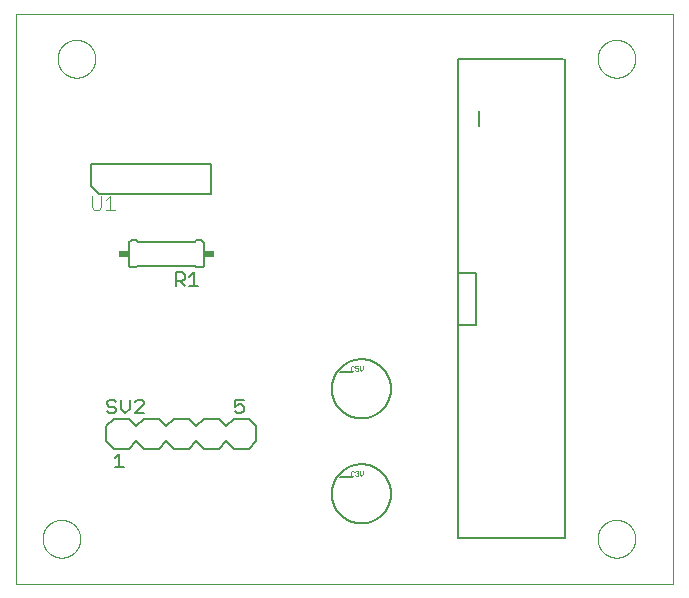
<source format=gto>
G75*
%MOIN*%
%OFA0B0*%
%FSLAX25Y25*%
%IPPOS*%
%LPD*%
%AMOC8*
5,1,8,0,0,1.08239X$1,22.5*
%
%ADD10C,0.00000*%
%ADD11C,0.00400*%
%ADD12C,0.00500*%
%ADD13C,0.00800*%
%ADD14C,0.00100*%
%ADD15C,0.00600*%
%ADD16R,0.03400X0.02400*%
D10*
X0001000Y0001000D02*
X0001000Y0190961D01*
X0219701Y0190961D01*
X0219701Y0001000D01*
X0001000Y0001000D01*
X0009701Y0016000D02*
X0009703Y0016158D01*
X0009709Y0016316D01*
X0009719Y0016474D01*
X0009733Y0016632D01*
X0009751Y0016789D01*
X0009772Y0016946D01*
X0009798Y0017102D01*
X0009828Y0017258D01*
X0009861Y0017413D01*
X0009899Y0017566D01*
X0009940Y0017719D01*
X0009985Y0017871D01*
X0010034Y0018022D01*
X0010087Y0018171D01*
X0010143Y0018319D01*
X0010203Y0018465D01*
X0010267Y0018610D01*
X0010335Y0018753D01*
X0010406Y0018895D01*
X0010480Y0019035D01*
X0010558Y0019172D01*
X0010640Y0019308D01*
X0010724Y0019442D01*
X0010813Y0019573D01*
X0010904Y0019702D01*
X0010999Y0019829D01*
X0011096Y0019954D01*
X0011197Y0020076D01*
X0011301Y0020195D01*
X0011408Y0020312D01*
X0011518Y0020426D01*
X0011631Y0020537D01*
X0011746Y0020646D01*
X0011864Y0020751D01*
X0011985Y0020853D01*
X0012108Y0020953D01*
X0012234Y0021049D01*
X0012362Y0021142D01*
X0012492Y0021232D01*
X0012625Y0021318D01*
X0012760Y0021402D01*
X0012896Y0021481D01*
X0013035Y0021558D01*
X0013176Y0021630D01*
X0013318Y0021700D01*
X0013462Y0021765D01*
X0013608Y0021827D01*
X0013755Y0021885D01*
X0013904Y0021940D01*
X0014054Y0021991D01*
X0014205Y0022038D01*
X0014357Y0022081D01*
X0014510Y0022120D01*
X0014665Y0022156D01*
X0014820Y0022187D01*
X0014976Y0022215D01*
X0015132Y0022239D01*
X0015289Y0022259D01*
X0015447Y0022275D01*
X0015604Y0022287D01*
X0015763Y0022295D01*
X0015921Y0022299D01*
X0016079Y0022299D01*
X0016237Y0022295D01*
X0016396Y0022287D01*
X0016553Y0022275D01*
X0016711Y0022259D01*
X0016868Y0022239D01*
X0017024Y0022215D01*
X0017180Y0022187D01*
X0017335Y0022156D01*
X0017490Y0022120D01*
X0017643Y0022081D01*
X0017795Y0022038D01*
X0017946Y0021991D01*
X0018096Y0021940D01*
X0018245Y0021885D01*
X0018392Y0021827D01*
X0018538Y0021765D01*
X0018682Y0021700D01*
X0018824Y0021630D01*
X0018965Y0021558D01*
X0019104Y0021481D01*
X0019240Y0021402D01*
X0019375Y0021318D01*
X0019508Y0021232D01*
X0019638Y0021142D01*
X0019766Y0021049D01*
X0019892Y0020953D01*
X0020015Y0020853D01*
X0020136Y0020751D01*
X0020254Y0020646D01*
X0020369Y0020537D01*
X0020482Y0020426D01*
X0020592Y0020312D01*
X0020699Y0020195D01*
X0020803Y0020076D01*
X0020904Y0019954D01*
X0021001Y0019829D01*
X0021096Y0019702D01*
X0021187Y0019573D01*
X0021276Y0019442D01*
X0021360Y0019308D01*
X0021442Y0019172D01*
X0021520Y0019035D01*
X0021594Y0018895D01*
X0021665Y0018753D01*
X0021733Y0018610D01*
X0021797Y0018465D01*
X0021857Y0018319D01*
X0021913Y0018171D01*
X0021966Y0018022D01*
X0022015Y0017871D01*
X0022060Y0017719D01*
X0022101Y0017566D01*
X0022139Y0017413D01*
X0022172Y0017258D01*
X0022202Y0017102D01*
X0022228Y0016946D01*
X0022249Y0016789D01*
X0022267Y0016632D01*
X0022281Y0016474D01*
X0022291Y0016316D01*
X0022297Y0016158D01*
X0022299Y0016000D01*
X0022297Y0015842D01*
X0022291Y0015684D01*
X0022281Y0015526D01*
X0022267Y0015368D01*
X0022249Y0015211D01*
X0022228Y0015054D01*
X0022202Y0014898D01*
X0022172Y0014742D01*
X0022139Y0014587D01*
X0022101Y0014434D01*
X0022060Y0014281D01*
X0022015Y0014129D01*
X0021966Y0013978D01*
X0021913Y0013829D01*
X0021857Y0013681D01*
X0021797Y0013535D01*
X0021733Y0013390D01*
X0021665Y0013247D01*
X0021594Y0013105D01*
X0021520Y0012965D01*
X0021442Y0012828D01*
X0021360Y0012692D01*
X0021276Y0012558D01*
X0021187Y0012427D01*
X0021096Y0012298D01*
X0021001Y0012171D01*
X0020904Y0012046D01*
X0020803Y0011924D01*
X0020699Y0011805D01*
X0020592Y0011688D01*
X0020482Y0011574D01*
X0020369Y0011463D01*
X0020254Y0011354D01*
X0020136Y0011249D01*
X0020015Y0011147D01*
X0019892Y0011047D01*
X0019766Y0010951D01*
X0019638Y0010858D01*
X0019508Y0010768D01*
X0019375Y0010682D01*
X0019240Y0010598D01*
X0019104Y0010519D01*
X0018965Y0010442D01*
X0018824Y0010370D01*
X0018682Y0010300D01*
X0018538Y0010235D01*
X0018392Y0010173D01*
X0018245Y0010115D01*
X0018096Y0010060D01*
X0017946Y0010009D01*
X0017795Y0009962D01*
X0017643Y0009919D01*
X0017490Y0009880D01*
X0017335Y0009844D01*
X0017180Y0009813D01*
X0017024Y0009785D01*
X0016868Y0009761D01*
X0016711Y0009741D01*
X0016553Y0009725D01*
X0016396Y0009713D01*
X0016237Y0009705D01*
X0016079Y0009701D01*
X0015921Y0009701D01*
X0015763Y0009705D01*
X0015604Y0009713D01*
X0015447Y0009725D01*
X0015289Y0009741D01*
X0015132Y0009761D01*
X0014976Y0009785D01*
X0014820Y0009813D01*
X0014665Y0009844D01*
X0014510Y0009880D01*
X0014357Y0009919D01*
X0014205Y0009962D01*
X0014054Y0010009D01*
X0013904Y0010060D01*
X0013755Y0010115D01*
X0013608Y0010173D01*
X0013462Y0010235D01*
X0013318Y0010300D01*
X0013176Y0010370D01*
X0013035Y0010442D01*
X0012896Y0010519D01*
X0012760Y0010598D01*
X0012625Y0010682D01*
X0012492Y0010768D01*
X0012362Y0010858D01*
X0012234Y0010951D01*
X0012108Y0011047D01*
X0011985Y0011147D01*
X0011864Y0011249D01*
X0011746Y0011354D01*
X0011631Y0011463D01*
X0011518Y0011574D01*
X0011408Y0011688D01*
X0011301Y0011805D01*
X0011197Y0011924D01*
X0011096Y0012046D01*
X0010999Y0012171D01*
X0010904Y0012298D01*
X0010813Y0012427D01*
X0010724Y0012558D01*
X0010640Y0012692D01*
X0010558Y0012828D01*
X0010480Y0012965D01*
X0010406Y0013105D01*
X0010335Y0013247D01*
X0010267Y0013390D01*
X0010203Y0013535D01*
X0010143Y0013681D01*
X0010087Y0013829D01*
X0010034Y0013978D01*
X0009985Y0014129D01*
X0009940Y0014281D01*
X0009899Y0014434D01*
X0009861Y0014587D01*
X0009828Y0014742D01*
X0009798Y0014898D01*
X0009772Y0015054D01*
X0009751Y0015211D01*
X0009733Y0015368D01*
X0009719Y0015526D01*
X0009709Y0015684D01*
X0009703Y0015842D01*
X0009701Y0016000D01*
X0014701Y0176000D02*
X0014703Y0176158D01*
X0014709Y0176316D01*
X0014719Y0176474D01*
X0014733Y0176632D01*
X0014751Y0176789D01*
X0014772Y0176946D01*
X0014798Y0177102D01*
X0014828Y0177258D01*
X0014861Y0177413D01*
X0014899Y0177566D01*
X0014940Y0177719D01*
X0014985Y0177871D01*
X0015034Y0178022D01*
X0015087Y0178171D01*
X0015143Y0178319D01*
X0015203Y0178465D01*
X0015267Y0178610D01*
X0015335Y0178753D01*
X0015406Y0178895D01*
X0015480Y0179035D01*
X0015558Y0179172D01*
X0015640Y0179308D01*
X0015724Y0179442D01*
X0015813Y0179573D01*
X0015904Y0179702D01*
X0015999Y0179829D01*
X0016096Y0179954D01*
X0016197Y0180076D01*
X0016301Y0180195D01*
X0016408Y0180312D01*
X0016518Y0180426D01*
X0016631Y0180537D01*
X0016746Y0180646D01*
X0016864Y0180751D01*
X0016985Y0180853D01*
X0017108Y0180953D01*
X0017234Y0181049D01*
X0017362Y0181142D01*
X0017492Y0181232D01*
X0017625Y0181318D01*
X0017760Y0181402D01*
X0017896Y0181481D01*
X0018035Y0181558D01*
X0018176Y0181630D01*
X0018318Y0181700D01*
X0018462Y0181765D01*
X0018608Y0181827D01*
X0018755Y0181885D01*
X0018904Y0181940D01*
X0019054Y0181991D01*
X0019205Y0182038D01*
X0019357Y0182081D01*
X0019510Y0182120D01*
X0019665Y0182156D01*
X0019820Y0182187D01*
X0019976Y0182215D01*
X0020132Y0182239D01*
X0020289Y0182259D01*
X0020447Y0182275D01*
X0020604Y0182287D01*
X0020763Y0182295D01*
X0020921Y0182299D01*
X0021079Y0182299D01*
X0021237Y0182295D01*
X0021396Y0182287D01*
X0021553Y0182275D01*
X0021711Y0182259D01*
X0021868Y0182239D01*
X0022024Y0182215D01*
X0022180Y0182187D01*
X0022335Y0182156D01*
X0022490Y0182120D01*
X0022643Y0182081D01*
X0022795Y0182038D01*
X0022946Y0181991D01*
X0023096Y0181940D01*
X0023245Y0181885D01*
X0023392Y0181827D01*
X0023538Y0181765D01*
X0023682Y0181700D01*
X0023824Y0181630D01*
X0023965Y0181558D01*
X0024104Y0181481D01*
X0024240Y0181402D01*
X0024375Y0181318D01*
X0024508Y0181232D01*
X0024638Y0181142D01*
X0024766Y0181049D01*
X0024892Y0180953D01*
X0025015Y0180853D01*
X0025136Y0180751D01*
X0025254Y0180646D01*
X0025369Y0180537D01*
X0025482Y0180426D01*
X0025592Y0180312D01*
X0025699Y0180195D01*
X0025803Y0180076D01*
X0025904Y0179954D01*
X0026001Y0179829D01*
X0026096Y0179702D01*
X0026187Y0179573D01*
X0026276Y0179442D01*
X0026360Y0179308D01*
X0026442Y0179172D01*
X0026520Y0179035D01*
X0026594Y0178895D01*
X0026665Y0178753D01*
X0026733Y0178610D01*
X0026797Y0178465D01*
X0026857Y0178319D01*
X0026913Y0178171D01*
X0026966Y0178022D01*
X0027015Y0177871D01*
X0027060Y0177719D01*
X0027101Y0177566D01*
X0027139Y0177413D01*
X0027172Y0177258D01*
X0027202Y0177102D01*
X0027228Y0176946D01*
X0027249Y0176789D01*
X0027267Y0176632D01*
X0027281Y0176474D01*
X0027291Y0176316D01*
X0027297Y0176158D01*
X0027299Y0176000D01*
X0027297Y0175842D01*
X0027291Y0175684D01*
X0027281Y0175526D01*
X0027267Y0175368D01*
X0027249Y0175211D01*
X0027228Y0175054D01*
X0027202Y0174898D01*
X0027172Y0174742D01*
X0027139Y0174587D01*
X0027101Y0174434D01*
X0027060Y0174281D01*
X0027015Y0174129D01*
X0026966Y0173978D01*
X0026913Y0173829D01*
X0026857Y0173681D01*
X0026797Y0173535D01*
X0026733Y0173390D01*
X0026665Y0173247D01*
X0026594Y0173105D01*
X0026520Y0172965D01*
X0026442Y0172828D01*
X0026360Y0172692D01*
X0026276Y0172558D01*
X0026187Y0172427D01*
X0026096Y0172298D01*
X0026001Y0172171D01*
X0025904Y0172046D01*
X0025803Y0171924D01*
X0025699Y0171805D01*
X0025592Y0171688D01*
X0025482Y0171574D01*
X0025369Y0171463D01*
X0025254Y0171354D01*
X0025136Y0171249D01*
X0025015Y0171147D01*
X0024892Y0171047D01*
X0024766Y0170951D01*
X0024638Y0170858D01*
X0024508Y0170768D01*
X0024375Y0170682D01*
X0024240Y0170598D01*
X0024104Y0170519D01*
X0023965Y0170442D01*
X0023824Y0170370D01*
X0023682Y0170300D01*
X0023538Y0170235D01*
X0023392Y0170173D01*
X0023245Y0170115D01*
X0023096Y0170060D01*
X0022946Y0170009D01*
X0022795Y0169962D01*
X0022643Y0169919D01*
X0022490Y0169880D01*
X0022335Y0169844D01*
X0022180Y0169813D01*
X0022024Y0169785D01*
X0021868Y0169761D01*
X0021711Y0169741D01*
X0021553Y0169725D01*
X0021396Y0169713D01*
X0021237Y0169705D01*
X0021079Y0169701D01*
X0020921Y0169701D01*
X0020763Y0169705D01*
X0020604Y0169713D01*
X0020447Y0169725D01*
X0020289Y0169741D01*
X0020132Y0169761D01*
X0019976Y0169785D01*
X0019820Y0169813D01*
X0019665Y0169844D01*
X0019510Y0169880D01*
X0019357Y0169919D01*
X0019205Y0169962D01*
X0019054Y0170009D01*
X0018904Y0170060D01*
X0018755Y0170115D01*
X0018608Y0170173D01*
X0018462Y0170235D01*
X0018318Y0170300D01*
X0018176Y0170370D01*
X0018035Y0170442D01*
X0017896Y0170519D01*
X0017760Y0170598D01*
X0017625Y0170682D01*
X0017492Y0170768D01*
X0017362Y0170858D01*
X0017234Y0170951D01*
X0017108Y0171047D01*
X0016985Y0171147D01*
X0016864Y0171249D01*
X0016746Y0171354D01*
X0016631Y0171463D01*
X0016518Y0171574D01*
X0016408Y0171688D01*
X0016301Y0171805D01*
X0016197Y0171924D01*
X0016096Y0172046D01*
X0015999Y0172171D01*
X0015904Y0172298D01*
X0015813Y0172427D01*
X0015724Y0172558D01*
X0015640Y0172692D01*
X0015558Y0172828D01*
X0015480Y0172965D01*
X0015406Y0173105D01*
X0015335Y0173247D01*
X0015267Y0173390D01*
X0015203Y0173535D01*
X0015143Y0173681D01*
X0015087Y0173829D01*
X0015034Y0173978D01*
X0014985Y0174129D01*
X0014940Y0174281D01*
X0014899Y0174434D01*
X0014861Y0174587D01*
X0014828Y0174742D01*
X0014798Y0174898D01*
X0014772Y0175054D01*
X0014751Y0175211D01*
X0014733Y0175368D01*
X0014719Y0175526D01*
X0014709Y0175684D01*
X0014703Y0175842D01*
X0014701Y0176000D01*
X0194701Y0176000D02*
X0194703Y0176158D01*
X0194709Y0176316D01*
X0194719Y0176474D01*
X0194733Y0176632D01*
X0194751Y0176789D01*
X0194772Y0176946D01*
X0194798Y0177102D01*
X0194828Y0177258D01*
X0194861Y0177413D01*
X0194899Y0177566D01*
X0194940Y0177719D01*
X0194985Y0177871D01*
X0195034Y0178022D01*
X0195087Y0178171D01*
X0195143Y0178319D01*
X0195203Y0178465D01*
X0195267Y0178610D01*
X0195335Y0178753D01*
X0195406Y0178895D01*
X0195480Y0179035D01*
X0195558Y0179172D01*
X0195640Y0179308D01*
X0195724Y0179442D01*
X0195813Y0179573D01*
X0195904Y0179702D01*
X0195999Y0179829D01*
X0196096Y0179954D01*
X0196197Y0180076D01*
X0196301Y0180195D01*
X0196408Y0180312D01*
X0196518Y0180426D01*
X0196631Y0180537D01*
X0196746Y0180646D01*
X0196864Y0180751D01*
X0196985Y0180853D01*
X0197108Y0180953D01*
X0197234Y0181049D01*
X0197362Y0181142D01*
X0197492Y0181232D01*
X0197625Y0181318D01*
X0197760Y0181402D01*
X0197896Y0181481D01*
X0198035Y0181558D01*
X0198176Y0181630D01*
X0198318Y0181700D01*
X0198462Y0181765D01*
X0198608Y0181827D01*
X0198755Y0181885D01*
X0198904Y0181940D01*
X0199054Y0181991D01*
X0199205Y0182038D01*
X0199357Y0182081D01*
X0199510Y0182120D01*
X0199665Y0182156D01*
X0199820Y0182187D01*
X0199976Y0182215D01*
X0200132Y0182239D01*
X0200289Y0182259D01*
X0200447Y0182275D01*
X0200604Y0182287D01*
X0200763Y0182295D01*
X0200921Y0182299D01*
X0201079Y0182299D01*
X0201237Y0182295D01*
X0201396Y0182287D01*
X0201553Y0182275D01*
X0201711Y0182259D01*
X0201868Y0182239D01*
X0202024Y0182215D01*
X0202180Y0182187D01*
X0202335Y0182156D01*
X0202490Y0182120D01*
X0202643Y0182081D01*
X0202795Y0182038D01*
X0202946Y0181991D01*
X0203096Y0181940D01*
X0203245Y0181885D01*
X0203392Y0181827D01*
X0203538Y0181765D01*
X0203682Y0181700D01*
X0203824Y0181630D01*
X0203965Y0181558D01*
X0204104Y0181481D01*
X0204240Y0181402D01*
X0204375Y0181318D01*
X0204508Y0181232D01*
X0204638Y0181142D01*
X0204766Y0181049D01*
X0204892Y0180953D01*
X0205015Y0180853D01*
X0205136Y0180751D01*
X0205254Y0180646D01*
X0205369Y0180537D01*
X0205482Y0180426D01*
X0205592Y0180312D01*
X0205699Y0180195D01*
X0205803Y0180076D01*
X0205904Y0179954D01*
X0206001Y0179829D01*
X0206096Y0179702D01*
X0206187Y0179573D01*
X0206276Y0179442D01*
X0206360Y0179308D01*
X0206442Y0179172D01*
X0206520Y0179035D01*
X0206594Y0178895D01*
X0206665Y0178753D01*
X0206733Y0178610D01*
X0206797Y0178465D01*
X0206857Y0178319D01*
X0206913Y0178171D01*
X0206966Y0178022D01*
X0207015Y0177871D01*
X0207060Y0177719D01*
X0207101Y0177566D01*
X0207139Y0177413D01*
X0207172Y0177258D01*
X0207202Y0177102D01*
X0207228Y0176946D01*
X0207249Y0176789D01*
X0207267Y0176632D01*
X0207281Y0176474D01*
X0207291Y0176316D01*
X0207297Y0176158D01*
X0207299Y0176000D01*
X0207297Y0175842D01*
X0207291Y0175684D01*
X0207281Y0175526D01*
X0207267Y0175368D01*
X0207249Y0175211D01*
X0207228Y0175054D01*
X0207202Y0174898D01*
X0207172Y0174742D01*
X0207139Y0174587D01*
X0207101Y0174434D01*
X0207060Y0174281D01*
X0207015Y0174129D01*
X0206966Y0173978D01*
X0206913Y0173829D01*
X0206857Y0173681D01*
X0206797Y0173535D01*
X0206733Y0173390D01*
X0206665Y0173247D01*
X0206594Y0173105D01*
X0206520Y0172965D01*
X0206442Y0172828D01*
X0206360Y0172692D01*
X0206276Y0172558D01*
X0206187Y0172427D01*
X0206096Y0172298D01*
X0206001Y0172171D01*
X0205904Y0172046D01*
X0205803Y0171924D01*
X0205699Y0171805D01*
X0205592Y0171688D01*
X0205482Y0171574D01*
X0205369Y0171463D01*
X0205254Y0171354D01*
X0205136Y0171249D01*
X0205015Y0171147D01*
X0204892Y0171047D01*
X0204766Y0170951D01*
X0204638Y0170858D01*
X0204508Y0170768D01*
X0204375Y0170682D01*
X0204240Y0170598D01*
X0204104Y0170519D01*
X0203965Y0170442D01*
X0203824Y0170370D01*
X0203682Y0170300D01*
X0203538Y0170235D01*
X0203392Y0170173D01*
X0203245Y0170115D01*
X0203096Y0170060D01*
X0202946Y0170009D01*
X0202795Y0169962D01*
X0202643Y0169919D01*
X0202490Y0169880D01*
X0202335Y0169844D01*
X0202180Y0169813D01*
X0202024Y0169785D01*
X0201868Y0169761D01*
X0201711Y0169741D01*
X0201553Y0169725D01*
X0201396Y0169713D01*
X0201237Y0169705D01*
X0201079Y0169701D01*
X0200921Y0169701D01*
X0200763Y0169705D01*
X0200604Y0169713D01*
X0200447Y0169725D01*
X0200289Y0169741D01*
X0200132Y0169761D01*
X0199976Y0169785D01*
X0199820Y0169813D01*
X0199665Y0169844D01*
X0199510Y0169880D01*
X0199357Y0169919D01*
X0199205Y0169962D01*
X0199054Y0170009D01*
X0198904Y0170060D01*
X0198755Y0170115D01*
X0198608Y0170173D01*
X0198462Y0170235D01*
X0198318Y0170300D01*
X0198176Y0170370D01*
X0198035Y0170442D01*
X0197896Y0170519D01*
X0197760Y0170598D01*
X0197625Y0170682D01*
X0197492Y0170768D01*
X0197362Y0170858D01*
X0197234Y0170951D01*
X0197108Y0171047D01*
X0196985Y0171147D01*
X0196864Y0171249D01*
X0196746Y0171354D01*
X0196631Y0171463D01*
X0196518Y0171574D01*
X0196408Y0171688D01*
X0196301Y0171805D01*
X0196197Y0171924D01*
X0196096Y0172046D01*
X0195999Y0172171D01*
X0195904Y0172298D01*
X0195813Y0172427D01*
X0195724Y0172558D01*
X0195640Y0172692D01*
X0195558Y0172828D01*
X0195480Y0172965D01*
X0195406Y0173105D01*
X0195335Y0173247D01*
X0195267Y0173390D01*
X0195203Y0173535D01*
X0195143Y0173681D01*
X0195087Y0173829D01*
X0195034Y0173978D01*
X0194985Y0174129D01*
X0194940Y0174281D01*
X0194899Y0174434D01*
X0194861Y0174587D01*
X0194828Y0174742D01*
X0194798Y0174898D01*
X0194772Y0175054D01*
X0194751Y0175211D01*
X0194733Y0175368D01*
X0194719Y0175526D01*
X0194709Y0175684D01*
X0194703Y0175842D01*
X0194701Y0176000D01*
X0194701Y0016000D02*
X0194703Y0016158D01*
X0194709Y0016316D01*
X0194719Y0016474D01*
X0194733Y0016632D01*
X0194751Y0016789D01*
X0194772Y0016946D01*
X0194798Y0017102D01*
X0194828Y0017258D01*
X0194861Y0017413D01*
X0194899Y0017566D01*
X0194940Y0017719D01*
X0194985Y0017871D01*
X0195034Y0018022D01*
X0195087Y0018171D01*
X0195143Y0018319D01*
X0195203Y0018465D01*
X0195267Y0018610D01*
X0195335Y0018753D01*
X0195406Y0018895D01*
X0195480Y0019035D01*
X0195558Y0019172D01*
X0195640Y0019308D01*
X0195724Y0019442D01*
X0195813Y0019573D01*
X0195904Y0019702D01*
X0195999Y0019829D01*
X0196096Y0019954D01*
X0196197Y0020076D01*
X0196301Y0020195D01*
X0196408Y0020312D01*
X0196518Y0020426D01*
X0196631Y0020537D01*
X0196746Y0020646D01*
X0196864Y0020751D01*
X0196985Y0020853D01*
X0197108Y0020953D01*
X0197234Y0021049D01*
X0197362Y0021142D01*
X0197492Y0021232D01*
X0197625Y0021318D01*
X0197760Y0021402D01*
X0197896Y0021481D01*
X0198035Y0021558D01*
X0198176Y0021630D01*
X0198318Y0021700D01*
X0198462Y0021765D01*
X0198608Y0021827D01*
X0198755Y0021885D01*
X0198904Y0021940D01*
X0199054Y0021991D01*
X0199205Y0022038D01*
X0199357Y0022081D01*
X0199510Y0022120D01*
X0199665Y0022156D01*
X0199820Y0022187D01*
X0199976Y0022215D01*
X0200132Y0022239D01*
X0200289Y0022259D01*
X0200447Y0022275D01*
X0200604Y0022287D01*
X0200763Y0022295D01*
X0200921Y0022299D01*
X0201079Y0022299D01*
X0201237Y0022295D01*
X0201396Y0022287D01*
X0201553Y0022275D01*
X0201711Y0022259D01*
X0201868Y0022239D01*
X0202024Y0022215D01*
X0202180Y0022187D01*
X0202335Y0022156D01*
X0202490Y0022120D01*
X0202643Y0022081D01*
X0202795Y0022038D01*
X0202946Y0021991D01*
X0203096Y0021940D01*
X0203245Y0021885D01*
X0203392Y0021827D01*
X0203538Y0021765D01*
X0203682Y0021700D01*
X0203824Y0021630D01*
X0203965Y0021558D01*
X0204104Y0021481D01*
X0204240Y0021402D01*
X0204375Y0021318D01*
X0204508Y0021232D01*
X0204638Y0021142D01*
X0204766Y0021049D01*
X0204892Y0020953D01*
X0205015Y0020853D01*
X0205136Y0020751D01*
X0205254Y0020646D01*
X0205369Y0020537D01*
X0205482Y0020426D01*
X0205592Y0020312D01*
X0205699Y0020195D01*
X0205803Y0020076D01*
X0205904Y0019954D01*
X0206001Y0019829D01*
X0206096Y0019702D01*
X0206187Y0019573D01*
X0206276Y0019442D01*
X0206360Y0019308D01*
X0206442Y0019172D01*
X0206520Y0019035D01*
X0206594Y0018895D01*
X0206665Y0018753D01*
X0206733Y0018610D01*
X0206797Y0018465D01*
X0206857Y0018319D01*
X0206913Y0018171D01*
X0206966Y0018022D01*
X0207015Y0017871D01*
X0207060Y0017719D01*
X0207101Y0017566D01*
X0207139Y0017413D01*
X0207172Y0017258D01*
X0207202Y0017102D01*
X0207228Y0016946D01*
X0207249Y0016789D01*
X0207267Y0016632D01*
X0207281Y0016474D01*
X0207291Y0016316D01*
X0207297Y0016158D01*
X0207299Y0016000D01*
X0207297Y0015842D01*
X0207291Y0015684D01*
X0207281Y0015526D01*
X0207267Y0015368D01*
X0207249Y0015211D01*
X0207228Y0015054D01*
X0207202Y0014898D01*
X0207172Y0014742D01*
X0207139Y0014587D01*
X0207101Y0014434D01*
X0207060Y0014281D01*
X0207015Y0014129D01*
X0206966Y0013978D01*
X0206913Y0013829D01*
X0206857Y0013681D01*
X0206797Y0013535D01*
X0206733Y0013390D01*
X0206665Y0013247D01*
X0206594Y0013105D01*
X0206520Y0012965D01*
X0206442Y0012828D01*
X0206360Y0012692D01*
X0206276Y0012558D01*
X0206187Y0012427D01*
X0206096Y0012298D01*
X0206001Y0012171D01*
X0205904Y0012046D01*
X0205803Y0011924D01*
X0205699Y0011805D01*
X0205592Y0011688D01*
X0205482Y0011574D01*
X0205369Y0011463D01*
X0205254Y0011354D01*
X0205136Y0011249D01*
X0205015Y0011147D01*
X0204892Y0011047D01*
X0204766Y0010951D01*
X0204638Y0010858D01*
X0204508Y0010768D01*
X0204375Y0010682D01*
X0204240Y0010598D01*
X0204104Y0010519D01*
X0203965Y0010442D01*
X0203824Y0010370D01*
X0203682Y0010300D01*
X0203538Y0010235D01*
X0203392Y0010173D01*
X0203245Y0010115D01*
X0203096Y0010060D01*
X0202946Y0010009D01*
X0202795Y0009962D01*
X0202643Y0009919D01*
X0202490Y0009880D01*
X0202335Y0009844D01*
X0202180Y0009813D01*
X0202024Y0009785D01*
X0201868Y0009761D01*
X0201711Y0009741D01*
X0201553Y0009725D01*
X0201396Y0009713D01*
X0201237Y0009705D01*
X0201079Y0009701D01*
X0200921Y0009701D01*
X0200763Y0009705D01*
X0200604Y0009713D01*
X0200447Y0009725D01*
X0200289Y0009741D01*
X0200132Y0009761D01*
X0199976Y0009785D01*
X0199820Y0009813D01*
X0199665Y0009844D01*
X0199510Y0009880D01*
X0199357Y0009919D01*
X0199205Y0009962D01*
X0199054Y0010009D01*
X0198904Y0010060D01*
X0198755Y0010115D01*
X0198608Y0010173D01*
X0198462Y0010235D01*
X0198318Y0010300D01*
X0198176Y0010370D01*
X0198035Y0010442D01*
X0197896Y0010519D01*
X0197760Y0010598D01*
X0197625Y0010682D01*
X0197492Y0010768D01*
X0197362Y0010858D01*
X0197234Y0010951D01*
X0197108Y0011047D01*
X0196985Y0011147D01*
X0196864Y0011249D01*
X0196746Y0011354D01*
X0196631Y0011463D01*
X0196518Y0011574D01*
X0196408Y0011688D01*
X0196301Y0011805D01*
X0196197Y0011924D01*
X0196096Y0012046D01*
X0195999Y0012171D01*
X0195904Y0012298D01*
X0195813Y0012427D01*
X0195724Y0012558D01*
X0195640Y0012692D01*
X0195558Y0012828D01*
X0195480Y0012965D01*
X0195406Y0013105D01*
X0195335Y0013247D01*
X0195267Y0013390D01*
X0195203Y0013535D01*
X0195143Y0013681D01*
X0195087Y0013829D01*
X0195034Y0013978D01*
X0194985Y0014129D01*
X0194940Y0014281D01*
X0194899Y0014434D01*
X0194861Y0014587D01*
X0194828Y0014742D01*
X0194798Y0014898D01*
X0194772Y0015054D01*
X0194751Y0015211D01*
X0194733Y0015368D01*
X0194719Y0015526D01*
X0194709Y0015684D01*
X0194703Y0015842D01*
X0194701Y0016000D01*
D11*
X0033873Y0125700D02*
X0030804Y0125700D01*
X0032339Y0125700D02*
X0032339Y0130304D01*
X0030804Y0128769D01*
X0029269Y0130304D02*
X0029269Y0126467D01*
X0028502Y0125700D01*
X0026967Y0125700D01*
X0026200Y0126467D01*
X0026200Y0130304D01*
D12*
X0028500Y0131000D02*
X0066000Y0131000D01*
X0066000Y0141000D01*
X0026000Y0141000D01*
X0026000Y0133500D01*
X0028500Y0131000D01*
X0054042Y0104754D02*
X0056294Y0104754D01*
X0057045Y0104003D01*
X0057045Y0102502D01*
X0056294Y0101751D01*
X0054042Y0101751D01*
X0054042Y0100250D02*
X0054042Y0104754D01*
X0055543Y0101751D02*
X0057045Y0100250D01*
X0058646Y0100250D02*
X0061649Y0100250D01*
X0060147Y0100250D02*
X0060147Y0104754D01*
X0058646Y0103253D01*
X0073750Y0062254D02*
X0073750Y0060002D01*
X0075251Y0060753D01*
X0076002Y0060753D01*
X0076753Y0060002D01*
X0076753Y0058501D01*
X0076002Y0057750D01*
X0074501Y0057750D01*
X0073750Y0058501D01*
X0073750Y0062254D02*
X0076753Y0062254D01*
X0043460Y0061503D02*
X0043460Y0060753D01*
X0040458Y0057750D01*
X0043460Y0057750D01*
X0043460Y0061503D02*
X0042710Y0062254D01*
X0041208Y0062254D01*
X0040458Y0061503D01*
X0038856Y0062254D02*
X0038856Y0059251D01*
X0037355Y0057750D01*
X0035854Y0059251D01*
X0035854Y0062254D01*
X0034253Y0061503D02*
X0033502Y0062254D01*
X0032001Y0062254D01*
X0031250Y0061503D01*
X0031250Y0060753D01*
X0032001Y0060002D01*
X0033502Y0060002D01*
X0034253Y0059251D01*
X0034253Y0058501D01*
X0033502Y0057750D01*
X0032001Y0057750D01*
X0031250Y0058501D01*
X0035251Y0044254D02*
X0035251Y0039750D01*
X0033750Y0039750D02*
X0036753Y0039750D01*
X0033750Y0042753D02*
X0035251Y0044254D01*
D13*
X0109000Y0036500D02*
X0113000Y0036500D01*
X0106157Y0031000D02*
X0106160Y0031242D01*
X0106169Y0031483D01*
X0106184Y0031724D01*
X0106204Y0031965D01*
X0106231Y0032205D01*
X0106264Y0032444D01*
X0106302Y0032683D01*
X0106346Y0032920D01*
X0106396Y0033157D01*
X0106452Y0033392D01*
X0106514Y0033625D01*
X0106581Y0033857D01*
X0106654Y0034088D01*
X0106732Y0034316D01*
X0106817Y0034542D01*
X0106906Y0034767D01*
X0107001Y0034989D01*
X0107102Y0035208D01*
X0107208Y0035426D01*
X0107319Y0035640D01*
X0107436Y0035852D01*
X0107557Y0036060D01*
X0107684Y0036266D01*
X0107816Y0036468D01*
X0107953Y0036668D01*
X0108094Y0036863D01*
X0108240Y0037056D01*
X0108391Y0037244D01*
X0108547Y0037429D01*
X0108707Y0037610D01*
X0108871Y0037787D01*
X0109040Y0037960D01*
X0109213Y0038129D01*
X0109390Y0038293D01*
X0109571Y0038453D01*
X0109756Y0038609D01*
X0109944Y0038760D01*
X0110137Y0038906D01*
X0110332Y0039047D01*
X0110532Y0039184D01*
X0110734Y0039316D01*
X0110940Y0039443D01*
X0111148Y0039564D01*
X0111360Y0039681D01*
X0111574Y0039792D01*
X0111792Y0039898D01*
X0112011Y0039999D01*
X0112233Y0040094D01*
X0112458Y0040183D01*
X0112684Y0040268D01*
X0112912Y0040346D01*
X0113143Y0040419D01*
X0113375Y0040486D01*
X0113608Y0040548D01*
X0113843Y0040604D01*
X0114080Y0040654D01*
X0114317Y0040698D01*
X0114556Y0040736D01*
X0114795Y0040769D01*
X0115035Y0040796D01*
X0115276Y0040816D01*
X0115517Y0040831D01*
X0115758Y0040840D01*
X0116000Y0040843D01*
X0116242Y0040840D01*
X0116483Y0040831D01*
X0116724Y0040816D01*
X0116965Y0040796D01*
X0117205Y0040769D01*
X0117444Y0040736D01*
X0117683Y0040698D01*
X0117920Y0040654D01*
X0118157Y0040604D01*
X0118392Y0040548D01*
X0118625Y0040486D01*
X0118857Y0040419D01*
X0119088Y0040346D01*
X0119316Y0040268D01*
X0119542Y0040183D01*
X0119767Y0040094D01*
X0119989Y0039999D01*
X0120208Y0039898D01*
X0120426Y0039792D01*
X0120640Y0039681D01*
X0120852Y0039564D01*
X0121060Y0039443D01*
X0121266Y0039316D01*
X0121468Y0039184D01*
X0121668Y0039047D01*
X0121863Y0038906D01*
X0122056Y0038760D01*
X0122244Y0038609D01*
X0122429Y0038453D01*
X0122610Y0038293D01*
X0122787Y0038129D01*
X0122960Y0037960D01*
X0123129Y0037787D01*
X0123293Y0037610D01*
X0123453Y0037429D01*
X0123609Y0037244D01*
X0123760Y0037056D01*
X0123906Y0036863D01*
X0124047Y0036668D01*
X0124184Y0036468D01*
X0124316Y0036266D01*
X0124443Y0036060D01*
X0124564Y0035852D01*
X0124681Y0035640D01*
X0124792Y0035426D01*
X0124898Y0035208D01*
X0124999Y0034989D01*
X0125094Y0034767D01*
X0125183Y0034542D01*
X0125268Y0034316D01*
X0125346Y0034088D01*
X0125419Y0033857D01*
X0125486Y0033625D01*
X0125548Y0033392D01*
X0125604Y0033157D01*
X0125654Y0032920D01*
X0125698Y0032683D01*
X0125736Y0032444D01*
X0125769Y0032205D01*
X0125796Y0031965D01*
X0125816Y0031724D01*
X0125831Y0031483D01*
X0125840Y0031242D01*
X0125843Y0031000D01*
X0125840Y0030758D01*
X0125831Y0030517D01*
X0125816Y0030276D01*
X0125796Y0030035D01*
X0125769Y0029795D01*
X0125736Y0029556D01*
X0125698Y0029317D01*
X0125654Y0029080D01*
X0125604Y0028843D01*
X0125548Y0028608D01*
X0125486Y0028375D01*
X0125419Y0028143D01*
X0125346Y0027912D01*
X0125268Y0027684D01*
X0125183Y0027458D01*
X0125094Y0027233D01*
X0124999Y0027011D01*
X0124898Y0026792D01*
X0124792Y0026574D01*
X0124681Y0026360D01*
X0124564Y0026148D01*
X0124443Y0025940D01*
X0124316Y0025734D01*
X0124184Y0025532D01*
X0124047Y0025332D01*
X0123906Y0025137D01*
X0123760Y0024944D01*
X0123609Y0024756D01*
X0123453Y0024571D01*
X0123293Y0024390D01*
X0123129Y0024213D01*
X0122960Y0024040D01*
X0122787Y0023871D01*
X0122610Y0023707D01*
X0122429Y0023547D01*
X0122244Y0023391D01*
X0122056Y0023240D01*
X0121863Y0023094D01*
X0121668Y0022953D01*
X0121468Y0022816D01*
X0121266Y0022684D01*
X0121060Y0022557D01*
X0120852Y0022436D01*
X0120640Y0022319D01*
X0120426Y0022208D01*
X0120208Y0022102D01*
X0119989Y0022001D01*
X0119767Y0021906D01*
X0119542Y0021817D01*
X0119316Y0021732D01*
X0119088Y0021654D01*
X0118857Y0021581D01*
X0118625Y0021514D01*
X0118392Y0021452D01*
X0118157Y0021396D01*
X0117920Y0021346D01*
X0117683Y0021302D01*
X0117444Y0021264D01*
X0117205Y0021231D01*
X0116965Y0021204D01*
X0116724Y0021184D01*
X0116483Y0021169D01*
X0116242Y0021160D01*
X0116000Y0021157D01*
X0115758Y0021160D01*
X0115517Y0021169D01*
X0115276Y0021184D01*
X0115035Y0021204D01*
X0114795Y0021231D01*
X0114556Y0021264D01*
X0114317Y0021302D01*
X0114080Y0021346D01*
X0113843Y0021396D01*
X0113608Y0021452D01*
X0113375Y0021514D01*
X0113143Y0021581D01*
X0112912Y0021654D01*
X0112684Y0021732D01*
X0112458Y0021817D01*
X0112233Y0021906D01*
X0112011Y0022001D01*
X0111792Y0022102D01*
X0111574Y0022208D01*
X0111360Y0022319D01*
X0111148Y0022436D01*
X0110940Y0022557D01*
X0110734Y0022684D01*
X0110532Y0022816D01*
X0110332Y0022953D01*
X0110137Y0023094D01*
X0109944Y0023240D01*
X0109756Y0023391D01*
X0109571Y0023547D01*
X0109390Y0023707D01*
X0109213Y0023871D01*
X0109040Y0024040D01*
X0108871Y0024213D01*
X0108707Y0024390D01*
X0108547Y0024571D01*
X0108391Y0024756D01*
X0108240Y0024944D01*
X0108094Y0025137D01*
X0107953Y0025332D01*
X0107816Y0025532D01*
X0107684Y0025734D01*
X0107557Y0025940D01*
X0107436Y0026148D01*
X0107319Y0026360D01*
X0107208Y0026574D01*
X0107102Y0026792D01*
X0107001Y0027011D01*
X0106906Y0027233D01*
X0106817Y0027458D01*
X0106732Y0027684D01*
X0106654Y0027912D01*
X0106581Y0028143D01*
X0106514Y0028375D01*
X0106452Y0028608D01*
X0106396Y0028843D01*
X0106346Y0029080D01*
X0106302Y0029317D01*
X0106264Y0029556D01*
X0106231Y0029795D01*
X0106204Y0030035D01*
X0106184Y0030276D01*
X0106169Y0030517D01*
X0106160Y0030758D01*
X0106157Y0031000D01*
X0106157Y0066000D02*
X0106160Y0066242D01*
X0106169Y0066483D01*
X0106184Y0066724D01*
X0106204Y0066965D01*
X0106231Y0067205D01*
X0106264Y0067444D01*
X0106302Y0067683D01*
X0106346Y0067920D01*
X0106396Y0068157D01*
X0106452Y0068392D01*
X0106514Y0068625D01*
X0106581Y0068857D01*
X0106654Y0069088D01*
X0106732Y0069316D01*
X0106817Y0069542D01*
X0106906Y0069767D01*
X0107001Y0069989D01*
X0107102Y0070208D01*
X0107208Y0070426D01*
X0107319Y0070640D01*
X0107436Y0070852D01*
X0107557Y0071060D01*
X0107684Y0071266D01*
X0107816Y0071468D01*
X0107953Y0071668D01*
X0108094Y0071863D01*
X0108240Y0072056D01*
X0108391Y0072244D01*
X0108547Y0072429D01*
X0108707Y0072610D01*
X0108871Y0072787D01*
X0109040Y0072960D01*
X0109213Y0073129D01*
X0109390Y0073293D01*
X0109571Y0073453D01*
X0109756Y0073609D01*
X0109944Y0073760D01*
X0110137Y0073906D01*
X0110332Y0074047D01*
X0110532Y0074184D01*
X0110734Y0074316D01*
X0110940Y0074443D01*
X0111148Y0074564D01*
X0111360Y0074681D01*
X0111574Y0074792D01*
X0111792Y0074898D01*
X0112011Y0074999D01*
X0112233Y0075094D01*
X0112458Y0075183D01*
X0112684Y0075268D01*
X0112912Y0075346D01*
X0113143Y0075419D01*
X0113375Y0075486D01*
X0113608Y0075548D01*
X0113843Y0075604D01*
X0114080Y0075654D01*
X0114317Y0075698D01*
X0114556Y0075736D01*
X0114795Y0075769D01*
X0115035Y0075796D01*
X0115276Y0075816D01*
X0115517Y0075831D01*
X0115758Y0075840D01*
X0116000Y0075843D01*
X0116242Y0075840D01*
X0116483Y0075831D01*
X0116724Y0075816D01*
X0116965Y0075796D01*
X0117205Y0075769D01*
X0117444Y0075736D01*
X0117683Y0075698D01*
X0117920Y0075654D01*
X0118157Y0075604D01*
X0118392Y0075548D01*
X0118625Y0075486D01*
X0118857Y0075419D01*
X0119088Y0075346D01*
X0119316Y0075268D01*
X0119542Y0075183D01*
X0119767Y0075094D01*
X0119989Y0074999D01*
X0120208Y0074898D01*
X0120426Y0074792D01*
X0120640Y0074681D01*
X0120852Y0074564D01*
X0121060Y0074443D01*
X0121266Y0074316D01*
X0121468Y0074184D01*
X0121668Y0074047D01*
X0121863Y0073906D01*
X0122056Y0073760D01*
X0122244Y0073609D01*
X0122429Y0073453D01*
X0122610Y0073293D01*
X0122787Y0073129D01*
X0122960Y0072960D01*
X0123129Y0072787D01*
X0123293Y0072610D01*
X0123453Y0072429D01*
X0123609Y0072244D01*
X0123760Y0072056D01*
X0123906Y0071863D01*
X0124047Y0071668D01*
X0124184Y0071468D01*
X0124316Y0071266D01*
X0124443Y0071060D01*
X0124564Y0070852D01*
X0124681Y0070640D01*
X0124792Y0070426D01*
X0124898Y0070208D01*
X0124999Y0069989D01*
X0125094Y0069767D01*
X0125183Y0069542D01*
X0125268Y0069316D01*
X0125346Y0069088D01*
X0125419Y0068857D01*
X0125486Y0068625D01*
X0125548Y0068392D01*
X0125604Y0068157D01*
X0125654Y0067920D01*
X0125698Y0067683D01*
X0125736Y0067444D01*
X0125769Y0067205D01*
X0125796Y0066965D01*
X0125816Y0066724D01*
X0125831Y0066483D01*
X0125840Y0066242D01*
X0125843Y0066000D01*
X0125840Y0065758D01*
X0125831Y0065517D01*
X0125816Y0065276D01*
X0125796Y0065035D01*
X0125769Y0064795D01*
X0125736Y0064556D01*
X0125698Y0064317D01*
X0125654Y0064080D01*
X0125604Y0063843D01*
X0125548Y0063608D01*
X0125486Y0063375D01*
X0125419Y0063143D01*
X0125346Y0062912D01*
X0125268Y0062684D01*
X0125183Y0062458D01*
X0125094Y0062233D01*
X0124999Y0062011D01*
X0124898Y0061792D01*
X0124792Y0061574D01*
X0124681Y0061360D01*
X0124564Y0061148D01*
X0124443Y0060940D01*
X0124316Y0060734D01*
X0124184Y0060532D01*
X0124047Y0060332D01*
X0123906Y0060137D01*
X0123760Y0059944D01*
X0123609Y0059756D01*
X0123453Y0059571D01*
X0123293Y0059390D01*
X0123129Y0059213D01*
X0122960Y0059040D01*
X0122787Y0058871D01*
X0122610Y0058707D01*
X0122429Y0058547D01*
X0122244Y0058391D01*
X0122056Y0058240D01*
X0121863Y0058094D01*
X0121668Y0057953D01*
X0121468Y0057816D01*
X0121266Y0057684D01*
X0121060Y0057557D01*
X0120852Y0057436D01*
X0120640Y0057319D01*
X0120426Y0057208D01*
X0120208Y0057102D01*
X0119989Y0057001D01*
X0119767Y0056906D01*
X0119542Y0056817D01*
X0119316Y0056732D01*
X0119088Y0056654D01*
X0118857Y0056581D01*
X0118625Y0056514D01*
X0118392Y0056452D01*
X0118157Y0056396D01*
X0117920Y0056346D01*
X0117683Y0056302D01*
X0117444Y0056264D01*
X0117205Y0056231D01*
X0116965Y0056204D01*
X0116724Y0056184D01*
X0116483Y0056169D01*
X0116242Y0056160D01*
X0116000Y0056157D01*
X0115758Y0056160D01*
X0115517Y0056169D01*
X0115276Y0056184D01*
X0115035Y0056204D01*
X0114795Y0056231D01*
X0114556Y0056264D01*
X0114317Y0056302D01*
X0114080Y0056346D01*
X0113843Y0056396D01*
X0113608Y0056452D01*
X0113375Y0056514D01*
X0113143Y0056581D01*
X0112912Y0056654D01*
X0112684Y0056732D01*
X0112458Y0056817D01*
X0112233Y0056906D01*
X0112011Y0057001D01*
X0111792Y0057102D01*
X0111574Y0057208D01*
X0111360Y0057319D01*
X0111148Y0057436D01*
X0110940Y0057557D01*
X0110734Y0057684D01*
X0110532Y0057816D01*
X0110332Y0057953D01*
X0110137Y0058094D01*
X0109944Y0058240D01*
X0109756Y0058391D01*
X0109571Y0058547D01*
X0109390Y0058707D01*
X0109213Y0058871D01*
X0109040Y0059040D01*
X0108871Y0059213D01*
X0108707Y0059390D01*
X0108547Y0059571D01*
X0108391Y0059756D01*
X0108240Y0059944D01*
X0108094Y0060137D01*
X0107953Y0060332D01*
X0107816Y0060532D01*
X0107684Y0060734D01*
X0107557Y0060940D01*
X0107436Y0061148D01*
X0107319Y0061360D01*
X0107208Y0061574D01*
X0107102Y0061792D01*
X0107001Y0062011D01*
X0106906Y0062233D01*
X0106817Y0062458D01*
X0106732Y0062684D01*
X0106654Y0062912D01*
X0106581Y0063143D01*
X0106514Y0063375D01*
X0106452Y0063608D01*
X0106396Y0063843D01*
X0106346Y0064080D01*
X0106302Y0064317D01*
X0106264Y0064556D01*
X0106231Y0064795D01*
X0106204Y0065035D01*
X0106184Y0065276D01*
X0106169Y0065517D01*
X0106160Y0065758D01*
X0106157Y0066000D01*
X0109000Y0071500D02*
X0113000Y0071500D01*
X0148283Y0087339D02*
X0154189Y0087339D01*
X0154189Y0104661D01*
X0148283Y0104661D01*
X0148283Y0175764D01*
X0183323Y0175764D01*
X0183717Y0175764D02*
X0183717Y0016236D01*
X0148283Y0016236D01*
X0148283Y0087339D01*
X0148283Y0104661D01*
X0155075Y0153500D02*
X0155075Y0158500D01*
D14*
X0116497Y0073551D02*
X0116497Y0072550D01*
X0115997Y0072050D01*
X0115497Y0072550D01*
X0115497Y0073551D01*
X0115024Y0073551D02*
X0114023Y0073551D01*
X0114023Y0072801D01*
X0114524Y0073051D01*
X0114774Y0073051D01*
X0115024Y0072801D01*
X0115024Y0072300D01*
X0114774Y0072050D01*
X0114273Y0072050D01*
X0114023Y0072300D01*
X0113551Y0072300D02*
X0113301Y0072050D01*
X0112800Y0072050D01*
X0112550Y0072300D01*
X0112550Y0073301D01*
X0112800Y0073551D01*
X0113301Y0073551D01*
X0113551Y0073301D01*
X0113301Y0038551D02*
X0112800Y0038551D01*
X0112550Y0038301D01*
X0112550Y0037300D01*
X0112800Y0037050D01*
X0113301Y0037050D01*
X0113551Y0037300D01*
X0114023Y0037300D02*
X0114273Y0037050D01*
X0114774Y0037050D01*
X0115024Y0037300D01*
X0115024Y0037550D01*
X0114774Y0037801D01*
X0114524Y0037801D01*
X0114774Y0037801D02*
X0115024Y0038051D01*
X0115024Y0038301D01*
X0114774Y0038551D01*
X0114273Y0038551D01*
X0114023Y0038301D01*
X0113551Y0038301D02*
X0113301Y0038551D01*
X0115497Y0038551D02*
X0115497Y0037550D01*
X0115997Y0037050D01*
X0116497Y0037550D01*
X0116497Y0038551D01*
D15*
X0081000Y0048500D02*
X0078500Y0046000D01*
X0073500Y0046000D01*
X0071000Y0048500D01*
X0068500Y0046000D01*
X0063500Y0046000D01*
X0061000Y0048500D01*
X0058500Y0046000D01*
X0053500Y0046000D01*
X0051000Y0048500D01*
X0048500Y0046000D01*
X0043500Y0046000D01*
X0041000Y0048500D01*
X0038500Y0046000D01*
X0033500Y0046000D01*
X0031000Y0048500D01*
X0031000Y0053500D01*
X0033500Y0056000D01*
X0038500Y0056000D01*
X0041000Y0053500D01*
X0043500Y0056000D01*
X0048500Y0056000D01*
X0051000Y0053500D01*
X0053500Y0056000D01*
X0058500Y0056000D01*
X0061000Y0053500D01*
X0063500Y0056000D01*
X0068500Y0056000D01*
X0071000Y0053500D01*
X0073500Y0056000D01*
X0078500Y0056000D01*
X0081000Y0053500D01*
X0081000Y0048500D01*
X0062500Y0106500D02*
X0061000Y0106500D01*
X0060500Y0107000D01*
X0041500Y0107000D01*
X0041000Y0106500D01*
X0039500Y0106500D01*
X0039440Y0106502D01*
X0039379Y0106507D01*
X0039320Y0106516D01*
X0039261Y0106529D01*
X0039202Y0106545D01*
X0039145Y0106565D01*
X0039090Y0106588D01*
X0039035Y0106615D01*
X0038983Y0106644D01*
X0038932Y0106677D01*
X0038883Y0106713D01*
X0038837Y0106751D01*
X0038793Y0106793D01*
X0038751Y0106837D01*
X0038713Y0106883D01*
X0038677Y0106932D01*
X0038644Y0106983D01*
X0038615Y0107035D01*
X0038588Y0107090D01*
X0038565Y0107145D01*
X0038545Y0107202D01*
X0038529Y0107261D01*
X0038516Y0107320D01*
X0038507Y0107379D01*
X0038502Y0107440D01*
X0038500Y0107500D01*
X0038500Y0114500D01*
X0038502Y0114560D01*
X0038507Y0114621D01*
X0038516Y0114680D01*
X0038529Y0114739D01*
X0038545Y0114798D01*
X0038565Y0114855D01*
X0038588Y0114910D01*
X0038615Y0114965D01*
X0038644Y0115017D01*
X0038677Y0115068D01*
X0038713Y0115117D01*
X0038751Y0115163D01*
X0038793Y0115207D01*
X0038837Y0115249D01*
X0038883Y0115287D01*
X0038932Y0115323D01*
X0038983Y0115356D01*
X0039035Y0115385D01*
X0039090Y0115412D01*
X0039145Y0115435D01*
X0039202Y0115455D01*
X0039261Y0115471D01*
X0039320Y0115484D01*
X0039379Y0115493D01*
X0039440Y0115498D01*
X0039500Y0115500D01*
X0041000Y0115500D01*
X0041500Y0115000D01*
X0060500Y0115000D01*
X0061000Y0115500D01*
X0062500Y0115500D01*
X0062560Y0115498D01*
X0062621Y0115493D01*
X0062680Y0115484D01*
X0062739Y0115471D01*
X0062798Y0115455D01*
X0062855Y0115435D01*
X0062910Y0115412D01*
X0062965Y0115385D01*
X0063017Y0115356D01*
X0063068Y0115323D01*
X0063117Y0115287D01*
X0063163Y0115249D01*
X0063207Y0115207D01*
X0063249Y0115163D01*
X0063287Y0115117D01*
X0063323Y0115068D01*
X0063356Y0115017D01*
X0063385Y0114965D01*
X0063412Y0114910D01*
X0063435Y0114855D01*
X0063455Y0114798D01*
X0063471Y0114739D01*
X0063484Y0114680D01*
X0063493Y0114621D01*
X0063498Y0114560D01*
X0063500Y0114500D01*
X0063500Y0107500D01*
X0063498Y0107440D01*
X0063493Y0107379D01*
X0063484Y0107320D01*
X0063471Y0107261D01*
X0063455Y0107202D01*
X0063435Y0107145D01*
X0063412Y0107090D01*
X0063385Y0107035D01*
X0063356Y0106983D01*
X0063323Y0106932D01*
X0063287Y0106883D01*
X0063249Y0106837D01*
X0063207Y0106793D01*
X0063163Y0106751D01*
X0063117Y0106713D01*
X0063068Y0106677D01*
X0063017Y0106644D01*
X0062965Y0106615D01*
X0062910Y0106588D01*
X0062855Y0106565D01*
X0062798Y0106545D01*
X0062739Y0106529D01*
X0062680Y0106516D01*
X0062621Y0106507D01*
X0062560Y0106502D01*
X0062500Y0106500D01*
D16*
X0065200Y0111000D03*
X0036800Y0111000D03*
M02*

</source>
